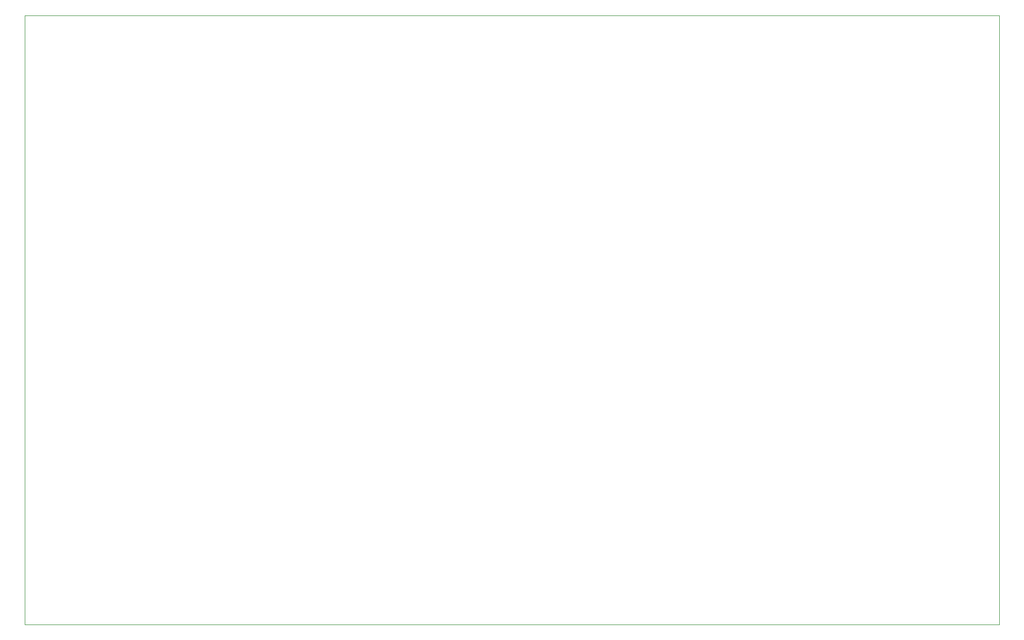
<source format=gbr>
%TF.GenerationSoftware,Flux,Pcbnew,7.0.11-7.0.11~ubuntu20.04.1*%
%TF.CreationDate,2024-05-09T22:56:52+00:00*%
%TF.ProjectId,input,696e7075-742e-46b6-9963-61645f706362,rev?*%
%TF.SameCoordinates,Original*%
%TF.FileFunction,Profile,NP*%
%FSLAX46Y46*%
G04 Gerber Fmt 4.6, Leading zero omitted, Abs format (unit mm)*
G04 Filename: desalinator*
G04 Build it with Flux! Visit our site at: https://www.flux.ai (PCBNEW 7.0.11-7.0.11~ubuntu20.04.1) date 2024-05-09 22:56:52*
%MOMM*%
%LPD*%
G01*
G04 APERTURE LIST*
%TA.AperFunction,Profile*%
%ADD10C,0.050000*%
%TD*%
G04 APERTURE END LIST*
D10*
X-80000000Y-50000000D02*
X-80000000Y50000000D01*
X-80000000Y50000000D02*
X80000000Y50000000D01*
X80000000Y50000000D02*
X80000000Y-50000000D01*
X80000000Y-50000000D02*
X-80000000Y-50000000D01*
M02*

</source>
